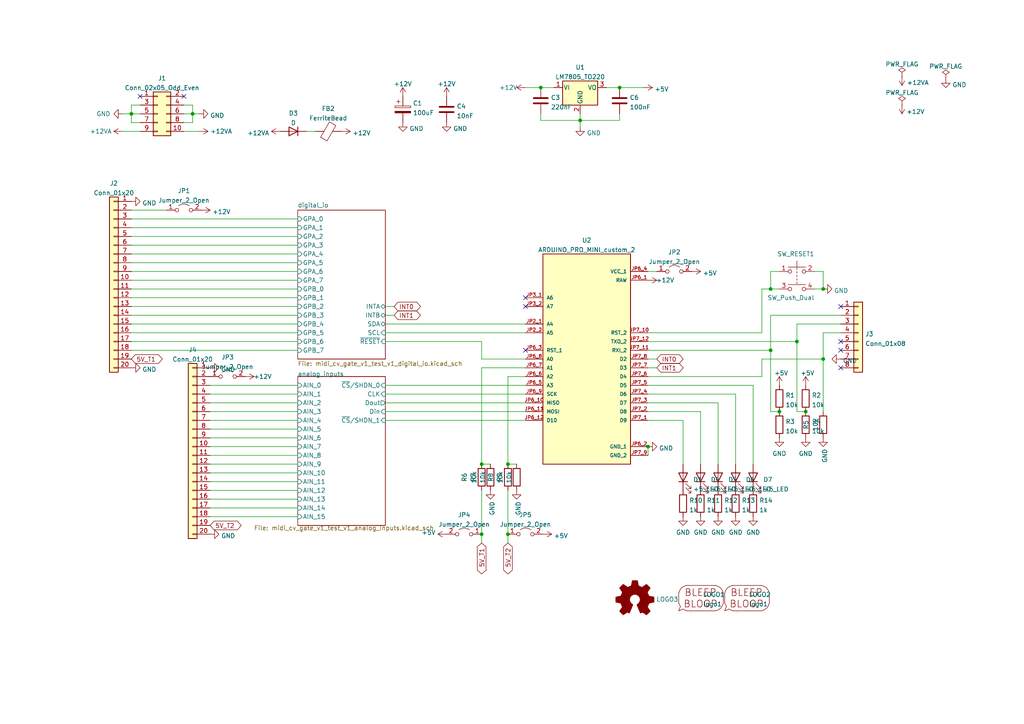
<source format=kicad_sch>
(kicad_sch (version 20211123) (generator eeschema)
  (paper "A4")
  (title_block (company "RobotDialogs"))
  (lib_symbols
    (symbol "Connector_Generic:Conn_01x08" (pin_names (offset 1.016) hide)
      (property "Reference" "J" (at 0 10.16 0))
      (property "Value" "Conn_01x08" (at 0 -12.7 0))
      (symbol "Conn_01x08_1_1"
        (rectangle (start -1.27 -10.033) (end 0 -10.287) (stroke (width 0.1524)))
        (rectangle (start -1.27 -7.493) (end 0 -7.747) (stroke (width 0.1524)))
        (rectangle (start -1.27 -4.953) (end 0 -5.207) (stroke (width 0.1524)))
        (rectangle (start -1.27 -2.413) (end 0 -2.667) (stroke (width 0.1524)))
        (rectangle (start -1.27 0.127) (end 0 -0.127) (stroke (width 0.1524)))
        (rectangle (start -1.27 2.667) (end 0 2.413) (stroke (width 0.1524)))
        (rectangle (start -1.27 5.207) (end 0 4.953) (stroke (width 0.1524)))
        (rectangle (start -1.27 7.747) (end 0 7.493) (stroke (width 0.1524)))
        (rectangle (start -1.27 8.89) (end 1.27 -11.43) (stroke (width 0.254)) (fill (type background)))
        (pin passive line (at -5.08 7.62 0) (length 3.81) (name "Pin_1") (number "1"))
        (pin passive line (at -5.08 5.08 0) (length 3.81) (name "Pin_2") (number "2"))
        (pin passive line (at -5.08 2.54 0) (length 3.81) (name "Pin_3") (number "3"))
        (pin passive line (at -5.08 0 0) (length 3.81) (name "Pin_4") (number "4"))
        (pin passive line (at -5.08 -2.54 0) (length 3.81) (name "Pin_5") (number "5"))
        (pin passive line (at -5.08 -5.08 0) (length 3.81) (name "Pin_6") (number "6"))
        (pin passive line (at -5.08 -7.62 0) (length 3.81) (name "Pin_7") (number "7"))
        (pin passive line (at -5.08 -10.16 0) (length 3.81) (name "Pin_8") (number "8"))
      )
    )
    (symbol "Connector_Generic:Conn_01x20" (pin_names (offset 1.016) hide)
      (property "Reference" "J" (at 0 25.4 0))
      (property "Value" "Conn_01x20" (at 0 -27.94 0))
      (symbol "Conn_01x20_1_1"
        (rectangle (start -1.27 -25.273) (end 0 -25.527) (stroke (width 0.1524)))
        (rectangle (start -1.27 -22.733) (end 0 -22.987) (stroke (width 0.1524)))
        (rectangle (start -1.27 -20.193) (end 0 -20.447) (stroke (width 0.1524)))
        (rectangle (start -1.27 -17.653) (end 0 -17.907) (stroke (width 0.1524)))
        (rectangle (start -1.27 -15.113) (end 0 -15.367) (stroke (width 0.1524)))
        (rectangle (start -1.27 -12.573) (end 0 -12.827) (stroke (width 0.1524)))
        (rectangle (start -1.27 -10.033) (end 0 -10.287) (stroke (width 0.1524)))
        (rectangle (start -1.27 -7.493) (end 0 -7.747) (stroke (width 0.1524)))
        (rectangle (start -1.27 -4.953) (end 0 -5.207) (stroke (width 0.1524)))
        (rectangle (start -1.27 -2.413) (end 0 -2.667) (stroke (width 0.1524)))
        (rectangle (start -1.27 0.127) (end 0 -0.127) (stroke (width 0.1524)))
        (rectangle (start -1.27 2.667) (end 0 2.413) (stroke (width 0.1524)))
        (rectangle (start -1.27 5.207) (end 0 4.953) (stroke (width 0.1524)))
        (rectangle (start -1.27 7.747) (end 0 7.493) (stroke (width 0.1524)))
        (rectangle (start -1.27 10.287) (end 0 10.033) (stroke (width 0.1524)))
        (rectangle (start -1.27 12.827) (end 0 12.573) (stroke (width 0.1524)))
        (rectangle (start -1.27 15.367) (end 0 15.113) (stroke (width 0.1524)))
        (rectangle (start -1.27 17.907) (end 0 17.653) (stroke (width 0.1524)))
        (rectangle (start -1.27 20.447) (end 0 20.193) (stroke (width 0.1524)))
        (rectangle (start -1.27 22.987) (end 0 22.733) (stroke (width 0.1524)))
        (rectangle (start -1.27 24.13) (end 1.27 -26.67) (stroke (width 0.254)) (fill (type background)))
        (pin passive line (at -5.08 22.86 0) (length 3.81) (name "Pin_1") (number "1"))
        (pin passive line (at -5.08 0 0) (length 3.81) (name "Pin_10") (number "10"))
        (pin passive line (at -5.08 -2.54 0) (length 3.81) (name "Pin_11") (number "11"))
        (pin passive line (at -5.08 -5.08 0) (length 3.81) (name "Pin_12") (number "12"))
        (pin passive line (at -5.08 -7.62 0) (length 3.81) (name "Pin_13") (number "13"))
        (pin passive line (at -5.08 -10.16 0) (length 3.81) (name "Pin_14") (number "14"))
        (pin passive line (at -5.08 -12.7 0) (length 3.81) (name "Pin_15") (number "15"))
        (pin passive line (at -5.08 -15.24 0) (length 3.81) (name "Pin_16") (number "16"))
        (pin passive line (at -5.08 -17.78 0) (length 3.81) (name "Pin_17") (number "17"))
        (pin passive line (at -5.08 -20.32 0) (length 3.81) (name "Pin_18") (number "18"))
        (pin passive line (at -5.08 -22.86 0) (length 3.81) (name "Pin_19") (number "19"))
        (pin passive line (at -5.08 20.32 0) (length 3.81) (name "Pin_2") (number "2"))
        (pin passive line (at -5.08 -25.4 0) (length 3.81) (name "Pin_20") (number "20"))
        (pin passive line (at -5.08 17.78 0) (length 3.81) (name "Pin_3") (number "3"))
        (pin passive line (at -5.08 15.24 0) (length 3.81) (name "Pin_4") (number "4"))
        (pin passive line (at -5.08 12.7 0) (length 3.81) (name "Pin_5") (number "5"))
        (pin passive line (at -5.08 10.16 0) (length 3.81) (name "Pin_6") (number "6"))
        (pin passive line (at -5.08 7.62 0) (length 3.81) (name "Pin_7") (number "7"))
        (pin passive line (at -5.08 5.08 0) (length 3.81) (name "Pin_8") (number "8"))
        (pin passive line (at -5.08 2.54 0) (length 3.81) (name "Pin_9") (number "9"))
      )
    )
    (symbol "Connector_Generic:Conn_02x05_Odd_Even" (pin_names (offset 1.016) hide)
      (property "Reference" "J" (at 1.27 7.62 0))
      (property "Value" "Conn_02x05_Odd_Even" (at 1.27 -7.62 0))
      (symbol "Conn_02x05_Odd_Even_1_1"
        (rectangle (start -1.27 -4.953) (end 0 -5.207) (stroke (width 0.1524)))
        (rectangle (start -1.27 -2.413) (end 0 -2.667) (stroke (width 0.1524)))
        (rectangle (start -1.27 0.127) (end 0 -0.127) (stroke (width 0.1524)))
        (rectangle (start -1.27 2.667) (end 0 2.413) (stroke (width 0.1524)))
        (rectangle (start -1.27 5.207) (end 0 4.953) (stroke (width 0.1524)))
        (rectangle (start -1.27 6.35) (end 3.81 -6.35) (stroke (width 0.254)) (fill (type background)))
        (rectangle (start 3.81 -4.953) (end 2.54 -5.207) (stroke (width 0.1524)))
        (rectangle (start 3.81 -2.413) (end 2.54 -2.667) (stroke (width 0.1524)))
        (rectangle (start 3.81 0.127) (end 2.54 -0.127) (stroke (width 0.1524)))
        (rectangle (start 3.81 2.667) (end 2.54 2.413) (stroke (width 0.1524)))
        (rectangle (start 3.81 5.207) (end 2.54 4.953) (stroke (width 0.1524)))
        (pin passive line (at -5.08 5.08 0) (length 3.81) (name "Pin_1") (number "1"))
        (pin passive line (at 7.62 -5.08 180) (length 3.81) (name "Pin_10") (number "10"))
        (pin passive line (at 7.62 5.08 180) (length 3.81) (name "Pin_2") (number "2"))
        (pin passive line (at -5.08 2.54 0) (length 3.81) (name "Pin_3") (number "3"))
        (pin passive line (at 7.62 2.54 180) (length 3.81) (name "Pin_4") (number "4"))
        (pin passive line (at -5.08 0 0) (length 3.81) (name "Pin_5") (number "5"))
        (pin passive line (at 7.62 0 180) (length 3.81) (name "Pin_6") (number "6"))
        (pin passive line (at -5.08 -2.54 0) (length 3.81) (name "Pin_7") (number "7"))
        (pin passive line (at 7.62 -2.54 180) (length 3.81) (name "Pin_8") (number "8"))
        (pin passive line (at -5.08 -5.08 0) (length 3.81) (name "Pin_9") (number "9"))
      )
    )
    (symbol "Device:C" (pin_numbers hide) (pin_names (offset 0.254))
      (property "Reference" "C" (at 0.635 2.54 0))
      (property "Value" "C" (at 0.635 -2.54 0))
      (symbol "C_0_1"
        (polyline (pts (xy -2.032 -0.762) (xy 2.032 -0.762)) (stroke (width 0.508)))
        (polyline (pts (xy -2.032 0.762) (xy 2.032 0.762)) (stroke (width 0.508)))
      )
      (symbol "C_1_1"
        (pin passive line (at 0 3.81 270) (length 2.794) (name "~") (number "1"))
        (pin passive line (at 0 -3.81 90) (length 2.794) (name "~") (number "2"))
      )
    )
    (symbol "Device:C_Polarized" (pin_numbers hide) (pin_names (offset 0.254))
      (property "Reference" "C" (at 0.635 2.54 0))
      (property "Value" "C_Polarized" (at 0.635 -2.54 0))
      (symbol "C_Polarized_0_1"
        (rectangle (start -2.286 0.508) (end 2.286 1.016))
        (polyline (pts (xy -1.778 2.286) (xy -0.762 2.286)))
        (polyline (pts (xy -1.27 2.794) (xy -1.27 1.778)))
        (rectangle (start 2.286 -0.508) (end -2.286 -1.016) (fill (type outline)))
      )
      (symbol "C_Polarized_1_1"
        (pin passive line (at 0 3.81 270) (length 2.794) (name "~") (number "1"))
        (pin passive line (at 0 -3.81 90) (length 2.794) (name "~") (number "2"))
      )
    )
    (symbol "Device:D" (pin_numbers hide) (pin_names (offset 1.016) hide)
      (property "Reference" "D" (at 0 2.54 0))
      (property "Value" "D" (at 0 -2.54 0))
      (symbol "D_0_1"
        (polyline (pts (xy -1.27 1.27) (xy -1.27 -1.27)) (stroke (width 0.254)))
        (polyline (pts (xy 1.27 0) (xy -1.27 0)))
        (polyline (pts (xy 1.27 1.27) (xy 1.27 -1.27) (xy -1.27 0) (xy 1.27 1.27)) (stroke (width 0.254)))
      )
      (symbol "D_1_1"
        (pin passive line (at -3.81 0 0) (length 2.54) (name "K") (number "1"))
        (pin passive line (at 3.81 0 180) (length 2.54) (name "A") (number "2"))
      )
    )
    (symbol "Device:FerriteBead" (pin_numbers hide) (pin_names (offset 0))
      (property "Reference" "FB" (at -3.81 0.635 90))
      (property "Value" "FerriteBead" (at 3.81 0 90))
      (symbol "FerriteBead_0_1"
        (polyline (pts (xy 0 -1.27) (xy 0 -1.2192)))
        (polyline (pts (xy 0 1.27) (xy 0 1.2954)))
        (polyline (pts (xy -2.7686 0.4064) (xy -1.7018 2.2606) (xy 2.7686 -0.3048) (xy 1.6764 -2.159) (xy -2.7686 0.4064)))
      )
      (symbol "FerriteBead_1_1"
        (pin passive line (at 0 3.81 270) (length 2.54) (name "~") (number "1"))
        (pin passive line (at 0 -3.81 90) (length 2.54) (name "~") (number "2"))
      )
    )
    (symbol "Device:LED" (pin_numbers hide) (pin_names (offset 1.016) hide)
      (property "Reference" "D" (at 0 2.54 0))
      (property "Value" "LED" (at 0 -2.54 0))
      (symbol "LED_0_1"
        (polyline (pts (xy -1.27 -1.27) (xy -1.27 1.27)) (stroke (width 0.254)))
        (polyline (pts (xy -1.27 0) (xy 1.27 0)))
        (polyline (pts (xy 1.27 -1.27) (xy 1.27 1.27) (xy -1.27 0) (xy 1.27 -1.27)) (stroke (width 0.254)))
        (polyline (pts (xy -3.048 -0.762) (xy -4.572 -2.286) (xy -3.81 -2.286) (xy -4.572 -2.286) (xy -4.572 -1.524)))
        (polyline (pts (xy -1.778 -0.762) (xy -3.302 -2.286) (xy -2.54 -2.286) (xy -3.302 -2.286) (xy -3.302 -1.524)))
      )
      (symbol "LED_1_1"
        (pin passive line (at -3.81 0 0) (length 2.54) (name "K") (number "1"))
        (pin passive line (at 3.81 0 180) (length 2.54) (name "A") (number "2"))
      )
    )
    (symbol "Device:R" (pin_numbers hide) (pin_names (offset 0))
      (property "Reference" "R" (at 2.032 0 90))
      (property "Value" "R" (at 0 0 90))
      (symbol "R_0_1"
        (rectangle (start -1.016 -2.54) (end 1.016 2.54) (stroke (width 0.254)))
      )
      (symbol "R_1_1"
        (pin passive line (at 0 3.81 270) (length 1.27) (name "~") (number "1"))
        (pin passive line (at 0 -3.81 90) (length 1.27) (name "~") (number "2"))
      )
    )
    (symbol "Jumper:Jumper_2_Open" (pin_names (offset 0) hide)
      (property "Reference" "JP" (at 0 2.794 0))
      (property "Value" "Jumper_2_Open" (at 0 -2.286 0))
      (symbol "Jumper_2_Open_0_0"
        (circle (center -2.032 0) (radius 0.508))
        (circle (center 2.032 0) (radius 0.508))
      )
      (symbol "Jumper_2_Open_0_1"
        (arc (start 1.524 1.27) (mid 0 1.778) (end -1.524 1.27))
      )
      (symbol "Jumper_2_Open_1_1"
        (pin passive line (at -5.08 0 0) (length 2.54) (name "A") (number "1"))
        (pin passive line (at 5.08 0 180) (length 2.54) (name "B") (number "2"))
      )
    )
    (symbol "My Stuff:ARDUINO_PRO_MINI_custom_2" (pin_names (offset 1.016))
      (property "Reference" "U" (at -12.7 31.75 0))
      (property "Value" "ARDUINO_PRO_MINI_custom_2" (at -12.7 -33.02 0))
      (symbol "ARDUINO_PRO_MINI_custom_2_0_0"
        (rectangle (start -12.7 -30.48) (end 12.7 30.48) (stroke (width 0.254)) (fill (type background)))
        (pin bidirectional line (at -17.78 10.16 0) (length 5.08) (name "A4") (number "JP2_1"))
        (pin bidirectional line (at -17.78 7.62 0) (length 5.08) (name "A5") (number "JP2_2"))
        (pin input line (at -17.78 17.78 0) (length 5.08) (name "A6") (number "JP3_1"))
        (pin input line (at -17.78 15.24 0) (length 5.08) (name "A7") (number "JP3_2"))
        (pin power_in line (at 17.78 22.86 180) (length 5.08) (name "RAW") (number "JP6_1"))
        (pin bidirectional line (at -17.78 -12.7 0) (length 5.08) (name "MISO") (number "JP6_10"))
        (pin bidirectional line (at -17.78 -15.24 0) (length 5.08) (name "MOSI") (number "JP6_11"))
        (pin bidirectional line (at -17.78 -17.78 0) (length 5.08) (name "D10") (number "JP6_12"))
        (pin power_in line (at 17.78 -25.4 180) (length 5.08) (name "GND_1") (number "JP6_2"))
        (pin input line (at -17.78 2.54 0) (length 5.08) (name "RST_1") (number "JP6_3"))
        (pin power_in line (at 17.78 25.4 180) (length 5.08) (name "VCC_1") (number "JP6_4"))
        (pin bidirectional line (at -17.78 -7.62 0) (length 5.08) (name "A3") (number "JP6_5"))
        (pin bidirectional line (at -17.78 -5.08 0) (length 5.08) (name "A2") (number "JP6_6"))
        (pin bidirectional line (at -17.78 -2.54 0) (length 5.08) (name "A1") (number "JP6_7"))
        (pin bidirectional line (at -17.78 0 0) (length 5.08) (name "A0") (number "JP6_8"))
        (pin bidirectional line (at -17.78 -10.16 0) (length 5.08) (name "SCK") (number "JP6_9"))
        (pin bidirectional line (at 17.78 -17.78 180) (length 5.08) (name "D9") (number "JP7_1"))
        (pin input line (at 17.78 7.62 180) (length 5.08) (name "RST_2") (number "JP7_10"))
        (pin bidirectional line (at 17.78 2.54 180) (length 5.08) (name "RXI_2") (number "JP7_11"))
        (pin bidirectional line (at 17.78 5.08 180) (length 5.08) (name "TXO_2") (number "JP7_12"))
        (pin bidirectional line (at 17.78 -15.24 180) (length 5.08) (name "D8") (number "JP7_2"))
        (pin bidirectional line (at 17.78 -12.7 180) (length 5.08) (name "D7") (number "JP7_3"))
        (pin bidirectional line (at 17.78 -10.16 180) (length 5.08) (name "D6") (number "JP7_4"))
        (pin bidirectional line (at 17.78 -7.62 180) (length 5.08) (name "D5") (number "JP7_5"))
        (pin bidirectional line (at 17.78 -5.08 180) (length 5.08) (name "D4") (number "JP7_6"))
        (pin bidirectional line (at 17.78 -2.54 180) (length 5.08) (name "D3") (number "JP7_7"))
        (pin bidirectional line (at 17.78 0 180) (length 5.08) (name "D2") (number "JP7_8"))
        (pin power_in line (at 17.78 -27.94 180) (length 5.08) (name "GND_2") (number "JP7_9"))
      )
    )
    (symbol "My Stuff:Logo_Open_Hardware_Small" (pin_names (offset 1.016))
      (property "Reference" "LOGO1" (at 0 6.985 0))
      (symbol "Logo_Open_Hardware_Small_0_1"
        (polyline (pts (xy 3.3528 -4.3434) (xy 3.302 -4.318) (xy 3.175 -4.2418) (xy 2.9972 -4.1148) (xy 2.7686 -3.9624) (xy 2.54 -3.81) (xy 2.3622 -3.7084) (xy 2.2352 -3.6068) (xy 2.1844 -3.5814) (xy 2.159 -3.6068) (xy 2.0574 -3.6576) (xy 1.905 -3.7338) (xy 1.8034 -3.7846) (xy 1.6764 -3.8354) (xy 1.6002 -3.8354) (xy 1.6002 -3.8354) (xy 1.5494 -3.7338) (xy 1.4732 -3.5306) (xy 1.3462 -3.302) (xy 1.2446 -3.0226) (xy 1.1176 -2.7178) (xy 0.9652 -2.413) (xy 0.8636 -2.1082) (xy 0.7366 -1.8288) (xy 0.6604 -1.6256) (xy 0.6096 -1.4732) (xy 0.5842 -1.397) (xy 0.5842 -1.397) (xy 0.6604 -1.3208) (xy 0.7874 -1.2446) (xy 1.0414 -1.016) (xy 1.2954 -0.6858) (xy 1.4478 -0.3302) (xy 1.524 0.0762) (xy 1.4732 0.4572) (xy 1.3208 0.8128) (xy 1.0668 1.143) (xy 0.762 1.3716) (xy 0.4064 1.524) (xy 0 1.5748) (xy -0.381 1.5494) (xy -0.7366 1.397) (xy -1.0668 1.143) (xy -1.2192 0.9906) (xy -1.397 0.6604) (xy -1.524 0.3048) (xy -1.524 0.2286) (xy -1.4986 -0.1778) (xy -1.397 -0.5334) (xy -1.1938 -0.8636) (xy -0.9144 -1.143) (xy -0.8636 -1.1684) (xy -0.7366 -1.27) (xy -0.635 -1.3462) (xy -0.5842 -1.397) (xy -1.0668 -2.5908) (xy -1.143 -2.794) (xy -1.2954 -3.1242) (xy -1.397 -3.4036) (xy -1.4986 -3.6322) (xy -1.5748 -3.7846) (xy -1.6002 -3.8354) (xy -1.6002 -3.8354) (xy -1.651 -3.8354) (xy -1.7272 -3.81) (xy -1.905 -3.7338) (xy -2.0066 -3.683) (xy -2.1336 -3.6068) (xy -2.2098 -3.5814) (xy -2.2606 -3.6068) (xy -2.3622 -3.683) (xy -2.54 -3.81) (xy -2.7686 -3.9624) (xy -2.9718 -4.0894) (xy -3.1496 -4.2164) (xy -3.302 -4.318) (xy -3.3528 -4.3434) (xy -3.3782 -4.3434) (xy -3.429 -4.318) (xy -3.5306 -4.2164) (xy -3.7084 -4.064) (xy -3.937 -3.8354) (xy -3.9624 -3.81) (xy -4.1656 -3.6068) (xy -4.318 -3.4544) (xy -4.4196 -3.3274) (xy -4.445 -3.2766) (xy -4.445 -3.2766) (xy -4.4196 -3.2258) (xy -4.318 -3.0734) (xy -4.2164 -2.8956) (xy -4.064 -2.667) (xy -3.6576 -2.0828) (xy -3.8862 -1.5494) (xy -3.937 -1.3716) (xy -4.0386 -1.1684) (xy -4.0894 -1.0414) (xy -4.1148 -0.9652) (xy -4.191 -0.9398) (xy -4.318 -0.9144) (xy -4.5466 -0.8636) (xy -4.8006 -0.8128) (xy -5.0546 -0.7874) (xy -5.2578 -0.7366) (xy -5.4356 -0.7112) (xy -5.5118 -0.6858) (xy -5.5118 -0.6858) (xy -5.5372 -0.635) (xy -5.5372 -0.5588) (xy -5.5372 -0.4318) (xy -5.5626 -0.2286) (xy -5.5626 0.0762) (xy -5.5626 0.127) (xy -5.5372 0.4064) (xy -5.5372 0.635) (xy -5.5372 0.762) (xy -5.5372 0.8382) (xy -5.5372 0.8382) (xy -5.461 0.8382) (xy -5.3086 0.889) (xy -5.08 0.9144) (xy -4.826 0.9652) (xy -4.8006 0.9906) (xy -4.5466 1.0414) (xy -4.318 1.0668) (xy -4.1656 1.1176) (xy -4.0894 1.143) (xy -4.0894 1.143) (xy -4.0386 1.2446) (xy -3.9624 1.4224) (xy -3.8608 1.6256) (xy -3.7846 1.8288) (xy -3.7084 2.0066) (xy -3.6576 2.159) (xy -3.6322 2.2098) (xy -3.6322 2.2098) (xy -3.683 2.286) (xy -3.7592 2.413) (xy -3.8862 2.5908) (xy -4.064 2.8194) (xy -4.064 2.8448) (xy -4.2164 3.0734) (xy -4.3434 3.2512) (xy -4.4196 3.3782) (xy -4.445 3.4544) (xy -4.445 3.4544) (xy -4.3942 3.5052) (xy -4.2926 3.6322) (xy -4.1148 3.81) (xy -3.937 4.0132) (xy -3.8608 4.064) (xy -3.6576 4.2926) (xy -3.5052 4.4196) (xy -3.4036 4.4958) (xy -3.3528 4.5212) (xy -3.3528 4.5212) (xy -3.302 4.4704) (xy -3.1496 4.3688) (xy -2.9718 4.2418) (xy -2.7432 4.0894) (xy -2.7178 4.0894) (xy -2.4892 3.937) (xy -2.3114 3.81) (xy -2.1844 3.7084) (xy -2.1336 3.683) (xy -2.1082 3.683) (xy -2.032 3.7084) (xy -1.8542 3.7592) (xy -1.6764 3.8354) (xy -1.4732 3.937) (xy -1.27 4.0132) (xy -1.143 4.064) (xy -1.0668 4.1148) (xy -1.0668 4.1148) (xy -1.0414 4.191) (xy -1.016 4.3434) (xy -0.9652 4.572) (xy -0.9144 4.8514) (xy -0.889 4.9022) (xy -0.8382 5.1562) (xy -0.8128 5.3848) (xy -0.7874 5.5372) (xy -0.762 5.588) (xy -0.7112 5.6134) (xy -0.5842 5.6134) (xy -0.4064 5.6134) (xy -0.1524 5.6134) (xy 0.0762 5.6134) (xy 0.3302 5.6134) (xy 0.5334 5.6134) (xy 0.6858 5.588) (xy 0.7366 5.588) (xy 0.7366 5.588) (xy 0.762 5.5118) (xy 0.8128 5.334) (xy 0.8382 5.1054) (xy 0.9144 4.826) (xy 0.9144 4.7752) (xy 0.9652 4.5212) (xy 1.016 4.2926) (xy 1.0414 4.1402) (xy 1.0668 4.0894) (xy 1.0668 4.0894) (xy 1.1938 4.0386) (xy 1.3716 3.9624) (xy 1.5748 3.8608) (xy 2.0828 3.6576) (xy 2.7178 4.0894) (xy 2.7686 4.1402) (xy 2.9972 4.2926) (xy 3.175 4.4196) (xy 3.302 4.4958) (xy 3.3782 4.5212) (xy 3.3782 4.5212) (xy 3.429 4.4704) (xy 3.556 4.3434) (xy 3.7338 4.191) (xy 3.9116 3.9878) (xy 4.064 3.8354) (xy 4.2418 3.6576) (xy 4.3434 3.556) (xy 4.4196 3.4798) (xy 4.4196 3.429) (xy 4.4196 3.4036) (xy 4.3942 3.3274) (xy 4.2926 3.2004) (xy 4.1656 2.9972) (xy 4.0132 2.794) (xy 3.8862 2.5908) (xy 3.7592 2.3876) (xy 3.6576 2.2352) (xy 3.6322 2.159) (xy 3.6322 2.1336) (xy 3.683 2.0066) (xy 3.7592 1.8288) (xy 3.8608 1.6002) (xy 4.064 1.1176) (xy 4.3942 1.0414) (xy 4.5974 1.016) (xy 4.8768 0.9652) (xy 5.1308 0.9144) (xy 5.5372 0.8382) (xy 5.5626 -0.6604) (xy 5.4864 -0.6858) (xy 5.4356 -0.6858) (xy 5.2832 -0.7366) (xy 5.0546 -0.762) (xy 4.8006 -0.8128) (xy 4.5974 -0.8636) (xy 4.3688 -0.9144) (xy 4.2164 -0.9398) (xy 4.1402 -0.9398) (xy 4.1148 -0.9652) (xy 4.064 -1.0668) (xy 3.9878 -1.2446) (xy 3.9116 -1.4478) (xy 3.81 -1.651) (xy 3.7338 -1.8542) (xy 3.683 -2.0066) (xy 3.6576 -2.0828) (xy 3.683 -2.1336) (xy 3.7846 -2.2606) (xy 3.8862 -2.4638) (xy 4.0386 -2.667) (xy 4.191 -2.8956) (xy 4.318 -3.0734) (xy 4.3942 -3.2004) (xy 4.445 -3.2766) (xy 4.4196 -3.3274) (xy 4.3434 -3.429) (xy 4.1656 -3.5814) (xy 3.937 -3.8354) (xy 3.8862 -3.8608) (xy 3.683 -4.064) (xy 3.5306 -4.2164) (xy 3.4036 -4.318) (xy 3.3528 -4.3434)) (fill (type outline)))
      )
    )
    (symbol "My Stuff:logo1" (pin_names (offset 1.016))
      (property "Reference" "LOGO" (at 0 -4.826 0))
      (property "Value" "logo1" (at 0 4.826 0))
      (symbol "logo1_0_0"
        (text "" (at -1.27 1.27 0) (effects (font (size 1.27 1.27))))
        (text "BLEEP" (at 0 1.524 0) (effects (font (size 2 2))))
        (text "BLOOP" (at 0 -1.778 0) (effects (font (size 2 2))))
      )
      (symbol "logo1_0_1"
        (rectangle (start -2.794 -4.318) (end -2.794 -4.318) (stroke (width 0.1524)))
        (polyline (pts (xy -6.35 1.27) (xy -6.35 -1.524)) (stroke (width 0.1524)))
        (polyline (pts (xy -4.064 -3.81) (xy 4.318 -3.81)) (stroke (width 0.1524)))
        (polyline (pts (xy -4.064 3.556) (xy 4.318 3.556)) (stroke (width 0.1524)))
        (polyline (pts (xy 6.604 1.27) (xy 6.604 -1.524)) (stroke (width 0.1524)))
        (polyline (pts (xy -6.35 1.27) (xy -6.096 2.032) (xy -5.588 2.794) (xy -4.826 3.302) (xy -4.064 3.556)) (stroke (width 0.1524)))
        (polyline (pts (xy -4.064 -3.81) (xy -5.08 -3.302) (xy -6.35 -3.81) (xy -5.842 -2.54) (xy -6.35 -1.524)) (stroke (width 0.1524)))
        (polyline (pts (xy 4.318 3.556) (xy 5.08 3.302) (xy 5.842 2.794) (xy 6.35 2.032) (xy 6.604 1.27)) (stroke (width 0.1524)))
        (polyline (pts (xy 6.604 -1.524) (xy 6.35 -2.286) (xy 5.842 -3.048) (xy 5.08 -3.556) (xy 4.318 -3.81)) (stroke (width 0.1524)))
      )
    )
    (symbol "Regulator_Linear:LM7805_TO220" (pin_names (offset 0.254))
      (property "Reference" "U" (at -3.81 3.175 0))
      (property "Value" "LM7805_TO220" (at 0 3.175 0))
      (symbol "LM7805_TO220_0_1"
        (rectangle (start -5.08 1.905) (end 5.08 -5.08) (stroke (width 0.254)) (fill (type background)))
      )
      (symbol "LM7805_TO220_1_1"
        (pin power_in line (at -7.62 0 0) (length 2.54) (name "VI") (number "1"))
        (pin power_in line (at 0 -7.62 90) (length 2.54) (name "GND") (number "2"))
        (pin power_out line (at 7.62 0 180) (length 2.54) (name "VO") (number "3"))
      )
    )
    (symbol "Switch:SW_Push_Dual" (pin_names (offset 1.016) hide)
      (property "Reference" "SW" (at 1.27 2.54 0))
      (property "Value" "SW_Push_Dual" (at 0 -6.858 0))
      (symbol "SW_Push_Dual_0_1"
        (circle (center -2.032 -5.08) (radius 0.508))
        (circle (center -2.032 0) (radius 0.508))
        (polyline (pts (xy 0 -3.048) (xy 0 -3.556)))
        (polyline (pts (xy 0 -2.032) (xy 0 -2.54)))
        (polyline (pts (xy 0 -1.524) (xy 0 -1.016)))
        (polyline (pts (xy 0 -0.508) (xy 0 0)))
        (polyline (pts (xy 0 0.508) (xy 0 1.016)))
        (polyline (pts (xy 0 1.27) (xy 0 3.048)))
        (polyline (pts (xy 2.54 -3.81) (xy -2.54 -3.81)))
        (polyline (pts (xy 2.54 1.27) (xy -2.54 1.27)))
        (circle (center 2.032 -5.08) (radius 0.508))
        (circle (center 2.032 0) (radius 0.508))
        (pin passive line (at -5.08 0 0) (length 2.54) (name "1") (number "1"))
        (pin passive line (at 5.08 0 180) (length 2.54) (name "2") (number "2"))
        (pin passive line (at -5.08 -5.08 0) (length 2.54) (name "3") (number "3"))
        (pin passive line (at 5.08 -5.08 180) (length 2.54) (name "4") (number "4"))
      )
    )
    (symbol "power:+12V" (power) (pin_names (offset 0))
      (property "Value" "+12V" (at 0 3.556 0))
      (symbol "+12V_0_1"
        (polyline (pts (xy -0.762 1.27) (xy 0 2.54)))
        (polyline (pts (xy 0 0) (xy 0 2.54)))
        (polyline (pts (xy 0 2.54) (xy 0.762 1.27)))
      )
      (symbol "+12V_1_1"
        (pin power_in line (at 0 0 90) (length 0) hide (name "+12V") (number "1"))
      )
    )
    (symbol "power:+12VA" (power) (pin_names (offset 0))
      (property "Value" "+12VA" (at 0 3.556 0))
      (symbol "+12VA_0_1"
        (polyline (pts (xy -0.762 1.27) (xy 0 2.54)))
        (polyline (pts (xy 0 0) (xy 0 2.54)))
        (polyline (pts (xy 0 2.54) (xy 0.762 1.27)))
      )
      (symbol "+12VA_1_1"
        (pin power_in line (at 0 0 90) (length 0) hide (name "+12VA") (number "1"))
      )
    )
    (symbol "power:+5V" (power) (pin_names (offset 0))
      (property "Value" "+5V" (at 0 3.556 0))
      (symbol "+5V_0_1"
        (polyline (pts (xy -0.762 1.27) (xy 0 2.54)))
        (polyline (pts (xy 0 0) (xy 0 2.54)))
        (polyline (pts (xy 0 2.54) (xy 0.762 1.27)))
      )
      (symbol "+5V_1_1"
        (pin power_in line (at 0 0 90) (length 0) hide (name "+5V") (number "1"))
      )
    )
    (symbol "power:GND" (power) (pin_names (offset 0))
      (property "Value" "GND" (at 0 -3.81 0))
      (symbol "GND_0_1"
        (polyline (pts (xy 0 0) (xy 0 -1.27) (xy 1.27 -1.27) (xy 0 -2.54) (xy -1.27 -1.27) (xy 0 -1.27)))
      )
      (symbol "GND_1_1"
        (pin power_in line (at 0 0 270) (length 0) hide (name "GND") (number "1"))
      )
    )
    (symbol "power:PWR_FLAG" (power) (pin_numbers hide) (pin_names (offset 0) hide)
      (property "Value" "PWR_FLAG" (at 0 3.81 0))
      (symbol "PWR_FLAG_0_0"
        (pin power_out line (at 0 0 90) (length 0) (name "pwr") (number "1"))
      )
      (symbol "PWR_FLAG_0_1"
        (polyline (pts (xy 0 0) (xy 0 1.27) (xy -1.016 1.905) (xy 0 2.54) (xy 1.016 1.905) (xy 0 1.27)))
      )
    )
  )
  (junction (at 55.88 33.02))
  (junction (at 223.52 83.82))
  (junction (at 139.7 154.94))
  (junction (at 238.76 83.82))
  (junction (at 238.76 104.14))
  (junction (at 139.7 134.62))
  (junction (at 147.32 154.94))
  (junction (at 187.96 129.54))
  (junction (at 147.32 134.62))
  (junction (at 223.52 101.6))
  (junction (at 156.845 25.4))
  (junction (at 38.1 33.02))
  (junction (at 233.68 119.38))
  (junction (at 231.14 99.06))
  (junction (at 168.275 34.925))
  (junction (at 226.06 119.38))
  (junction (at 179.705 25.4))
  (no_connect (at 152.4 101.6))
  (no_connect (at 152.4 86.36))
  (no_connect (at 152.4 88.9))
  (no_connect (at 243.84 88.9))
  (no_connect (at 243.84 99.06))
  (no_connect (at 243.84 106.68))
  (no_connect (at 243.84 101.6))
  (no_connect (at 53.34 27.94))
  (no_connect (at 40.64 27.94))
  (wire (pts (xy 111.76 119.38) (xy 152.4 119.38)))
  (wire (pts (xy 203.2 119.38) (xy 187.96 119.38)))
  (wire (pts (xy 168.275 33.02) (xy 168.275 34.925)))
  (wire (pts (xy 60.96 132.08) (xy 86.36 132.08)))
  (wire (pts (xy 238.76 83.82) (xy 236.22 83.82)))
  (wire (pts (xy 38.1 76.2) (xy 86.36 76.2)))
  (wire (pts (xy 38.1 88.9) (xy 86.36 88.9)))
  (wire (pts (xy 208.28 116.84) (xy 208.28 134.62)))
  (wire (pts (xy 175.895 25.4) (xy 179.705 25.4)))
  (wire (pts (xy 38.1 93.98) (xy 86.36 93.98)))
  (wire (pts (xy 38.1 66.04) (xy 86.36 66.04)))
  (wire (pts (xy 243.84 96.52) (xy 238.76 96.52)))
  (wire (pts (xy 147.32 134.62) (xy 149.86 134.62)))
  (wire (pts (xy 139.7 104.14) (xy 139.7 99.06)))
  (wire (pts (xy 147.32 154.94) (xy 147.32 142.24)))
  (wire (pts (xy 223.52 83.82) (xy 226.06 83.82)))
  (wire (pts (xy 38.1 30.48) (xy 38.1 33.02)))
  (wire (pts (xy 40.64 30.48) (xy 38.1 30.48)))
  (wire (pts (xy 38.1 83.82) (xy 86.36 83.82)))
  (wire (pts (xy 139.7 134.62) (xy 139.7 106.68)))
  (wire (pts (xy 55.88 33.02) (xy 55.88 35.56)))
  (wire (pts (xy 60.96 144.78) (xy 86.36 144.78)))
  (wire (pts (xy 60.96 139.7) (xy 86.36 139.7)))
  (wire (pts (xy 111.76 91.44) (xy 114.3 91.44)))
  (wire (pts (xy 60.96 116.84) (xy 86.36 116.84)))
  (wire (pts (xy 220.98 96.52) (xy 220.98 83.82)))
  (wire (pts (xy 60.96 137.16) (xy 86.36 137.16)))
  (wire (pts (xy 218.44 111.76) (xy 218.44 134.62)))
  (wire (pts (xy 60.96 134.62) (xy 86.36 134.62)))
  (wire (pts (xy 187.96 96.52) (xy 220.98 96.52)))
  (wire (pts (xy 139.7 157.48) (xy 139.7 154.94)))
  (wire (pts (xy 38.1 71.12) (xy 86.36 71.12)))
  (wire (pts (xy 60.96 127) (xy 86.36 127)))
  (wire (pts (xy 179.705 25.4) (xy 186.69 25.4)))
  (wire (pts (xy 187.96 106.68) (xy 190.5 106.68)))
  (wire (pts (xy 111.76 88.9) (xy 114.3 88.9)))
  (wire (pts (xy 139.7 104.14) (xy 152.4 104.14)))
  (wire (pts (xy 187.96 129.54) (xy 187.96 132.08)))
  (wire (pts (xy 60.96 142.24) (xy 86.36 142.24)))
  (wire (pts (xy 238.76 96.52) (xy 238.76 104.14)))
  (wire (pts (xy 38.1 101.6) (xy 86.36 101.6)))
  (wire (pts (xy 223.52 78.74) (xy 226.06 78.74)))
  (wire (pts (xy 38.1 81.28) (xy 86.36 81.28)))
  (wire (pts (xy 187.96 111.76) (xy 218.44 111.76)))
  (wire (pts (xy 38.1 33.02) (xy 40.64 33.02)))
  (wire (pts (xy 187.96 101.6) (xy 223.52 101.6)))
  (wire (pts (xy 187.96 121.92) (xy 198.12 121.92)))
  (wire (pts (xy 223.52 101.6) (xy 223.52 119.38)))
  (wire (pts (xy 223.52 78.74) (xy 223.52 83.82)))
  (wire (pts (xy 231.14 93.98) (xy 243.84 93.98)))
  (wire (pts (xy 238.76 78.74) (xy 238.76 83.82)))
  (wire (pts (xy 38.1 68.58) (xy 86.36 68.58)))
  (wire (pts (xy 213.36 114.3) (xy 187.96 114.3)))
  (wire (pts (xy 238.76 104.14) (xy 238.76 119.38)))
  (wire (pts (xy 111.76 93.98) (xy 152.4 93.98)))
  (wire (pts (xy 38.1 78.74) (xy 86.36 78.74)))
  (wire (pts (xy 111.76 99.06) (xy 139.7 99.06)))
  (wire (pts (xy 111.76 114.3) (xy 152.4 114.3)))
  (wire (pts (xy 147.32 157.48) (xy 147.32 154.94)))
  (wire (pts (xy 53.34 30.48) (xy 55.88 30.48)))
  (wire (pts (xy 60.96 129.54) (xy 86.36 129.54)))
  (wire (pts (xy 38.1 33.02) (xy 38.1 35.56)))
  (wire (pts (xy 60.96 121.92) (xy 86.36 121.92)))
  (wire (pts (xy 147.32 134.62) (xy 147.32 109.22)))
  (wire (pts (xy 226.06 119.38) (xy 223.52 119.38)))
  (wire (pts (xy 156.845 33.02) (xy 156.845 34.925)))
  (wire (pts (xy 55.88 33.02) (xy 57.785 33.02)))
  (wire (pts (xy 233.68 119.38) (xy 231.14 119.38)))
  (wire (pts (xy 156.845 34.925) (xy 168.275 34.925)))
  (wire (pts (xy 55.88 30.48) (xy 55.88 33.02)))
  (wire (pts (xy 60.96 149.86) (xy 86.36 149.86)))
  (wire (pts (xy 147.32 109.22) (xy 152.4 109.22)))
  (wire (pts (xy 198.12 121.92) (xy 198.12 134.62)))
  (wire (pts (xy 88.9 38.1) (xy 91.44 38.1)))
  (wire (pts (xy 55.88 35.56) (xy 53.34 35.56)))
  (wire (pts (xy 187.96 109.22) (xy 220.98 109.22)))
  (wire (pts (xy 179.705 34.925) (xy 179.705 33.02)))
  (wire (pts (xy 38.1 63.5) (xy 86.36 63.5)))
  (wire (pts (xy 168.275 34.925) (xy 179.705 34.925)))
  (wire (pts (xy 187.96 116.84) (xy 208.28 116.84)))
  (wire (pts (xy 38.1 35.56) (xy 40.64 35.56)))
  (wire (pts (xy 60.96 119.38) (xy 86.36 119.38)))
  (wire (pts (xy 111.76 121.92) (xy 152.4 121.92)))
  (wire (pts (xy 48.26 60.96) (xy 38.1 60.96)))
  (wire (pts (xy 60.96 111.76) (xy 86.36 111.76)))
  (wire (pts (xy 139.7 154.94) (xy 139.7 142.24)))
  (wire (pts (xy 60.96 124.46) (xy 86.36 124.46)))
  (wire (pts (xy 203.2 134.62) (xy 203.2 119.38)))
  (wire (pts (xy 53.34 38.1) (xy 57.785 38.1)))
  (wire (pts (xy 152.4 25.4) (xy 156.845 25.4)))
  (wire (pts (xy 220.98 109.22) (xy 220.98 104.14)))
  (wire (pts (xy 213.36 134.62) (xy 213.36 114.3)))
  (wire (pts (xy 139.7 134.62) (xy 142.24 134.62)))
  (wire (pts (xy 35.56 33.02) (xy 38.1 33.02)))
  (wire (pts (xy 38.1 73.66) (xy 86.36 73.66)))
  (wire (pts (xy 231.14 99.06) (xy 231.14 93.98)))
  (wire (pts (xy 187.96 104.14) (xy 190.5 104.14)))
  (wire (pts (xy 111.76 116.84) (xy 152.4 116.84)))
  (wire (pts (xy 231.14 99.06) (xy 231.14 119.38)))
  (wire (pts (xy 38.1 96.52) (xy 86.36 96.52)))
  (wire (pts (xy 60.96 114.3) (xy 86.36 114.3)))
  (wire (pts (xy 238.76 78.74) (xy 236.22 78.74)))
  (wire (pts (xy 220.98 104.14) (xy 238.76 104.14)))
  (wire (pts (xy 53.34 33.02) (xy 55.88 33.02)))
  (wire (pts (xy 40.64 38.1) (xy 35.56 38.1)))
  (wire (pts (xy 38.1 91.44) (xy 86.36 91.44)))
  (wire (pts (xy 187.96 99.06) (xy 231.14 99.06)))
  (wire (pts (xy 223.52 101.6) (xy 223.52 91.44)))
  (wire (pts (xy 60.96 147.32) (xy 86.36 147.32)))
  (wire (pts (xy 38.1 99.06) (xy 86.36 99.06)))
  (wire (pts (xy 111.76 96.52) (xy 152.4 96.52)))
  (wire (pts (xy 187.96 78.74) (xy 190.5 78.74)))
  (wire (pts (xy 168.275 34.925) (xy 168.275 36.83)))
  (wire (pts (xy 111.76 111.76) (xy 152.4 111.76)))
  (wire (pts (xy 139.7 106.68) (xy 152.4 106.68)))
  (wire (pts (xy 156.845 25.4) (xy 160.655 25.4)))
  (wire (pts (xy 38.1 86.36) (xy 86.36 86.36)))
  (wire (pts (xy 220.98 83.82) (xy 223.52 83.82)))
  (wire (pts (xy 223.52 91.44) (xy 243.84 91.44)))
  (global_label "INT1" (shape bidirectional) (at 114.3 91.44 0) (property "Intersheet References" "${INTERSHEET_REFS}" (effects hide)))
  (global_label "INT1" (shape bidirectional) (at 190.5 106.68 0) (property "Intersheet References" "${INTERSHEET_REFS}" (effects hide)))
  (global_label "5V_T1" (shape bidirectional) (at 139.7 157.48 270) (property "Intersheet References" "${INTERSHEET_REFS}" (effects hide)))
  (global_label "5V_T2" (shape bidirectional) (at 147.32 157.48 270) (property "Intersheet References" "${INTERSHEET_REFS}" (effects hide)))
  (global_label "5V_T2" (shape bidirectional) (at 60.96 152.4 0) (property "Intersheet References" "${INTERSHEET_REFS}" (effects hide)))
  (global_label "INT0" (shape bidirectional) (at 190.5 104.14 0) (property "Intersheet References" "${INTERSHEET_REFS}" (effects hide)))
  (global_label "INT0" (shape bidirectional) (at 114.3 88.9 0) (property "Intersheet References" "${INTERSHEET_REFS}" (effects hide)))
  (global_label "5V_T1" (shape bidirectional) (at 38.1 104.14 0) (property "Intersheet References" "${INTERSHEET_REFS}" (effects hide)))
  (symbol (lib_id "Device:R") (at 208.28 146.05 0) (unit 1)
    (property "Reference" "R12" (at 210.058 145.1415 0) (effects (justify left)))
    (property "Value" "1k" (at 210.058 147.9166 0) (effects (justify left)))
    (property "Footprint" "Resistor_SMD:R_1206_3216Metric_Pad1.30x1.75mm_HandSolder" (effects hide))
  )
  (symbol (lib_id "Device:C_Polarized") (at 116.84 31.75 0) (unit 1)
    (property "Reference" "C1" (at 119.761 29.9525 0) (effects (justify left)))
    (property "Value" "100uF" (at 119.761 32.7276 0) (effects (justify left)))
    (property "Footprint" "Capacitor_THT:CP_Radial_D5.0mm_P2.50mm" (effects hide))
  )
  (symbol (lib_id "Device:LED") (at 198.12 138.43 90) (unit 1)
    (property "Reference" "D1" (at 201.041 139.109 90) (effects (justify right)))
    (property "Value" "+5_LED" (at 201.041 141.8841 90) (effects (justify right)))
    (property "Footprint" "LED_THT:LED_D3.0mm" (effects hide))
  )
  (symbol (lib_id "power:+12V") (at 187.96 81.28 270) (unit 1)
    (property "Reference" "#PWR04" (effects hide))
    (property "Value" "+12V" (at 195.58 81.28 90) (effects (justify right)))
  )
  (symbol (lib_id "My Stuff:ARDUINO_PRO_MINI_custom_2") (at 170.18 104.14 0) (unit 1)
    (property "Reference" "U2" (at 170.18 69.6935 0))
    (property "Value" "ARDUINO_PRO_MINI_custom_2" (at 170.18 72.4686 0))
    (property "Footprint" "My Stuff:MODULE_ARDUINO_PRO_MINI_custom_2" (effects hide))
    (property "PARTREV" "N/A" (effects hide))
    (property "MAXIMUM_PACKAGE_HEIGHT" "N/A" (effects hide))
    (property "MANUFACTURER" "SparkFun Electronics" (effects hide))
    (property "STANDARD" "Manufacturer Recommendations" (effects hide))
  )
  (symbol (lib_id "power:+12VA") (at 35.56 38.1 90) (unit 1)
    (property "Reference" "#PWR0106" (effects hide))
    (property "Value" "+12VA" (at 26.035 38.1 90) (effects (justify right)))
  )
  (symbol (lib_id "power:+12V") (at 116.84 27.94 0) (unit 1)
    (property "Reference" "#PWR0130" (effects hide))
    (property "Value" "+12V" (at 116.84 24.3355 0))
  )
  (symbol (lib_id "Connector_Generic:Conn_02x05_Odd_Even") (at 45.72 33.02 0) (unit 1)
    (property "Reference" "J1" (at 46.99 22.7035 0))
    (property "Value" "Conn_02x05_Odd_Even" (at 46.99 25.4786 0))
    (property "Footprint" "Connector_IDC:IDC-Header_2x05_P2.54mm_Vertical" (effects hide))
  )
  (symbol (lib_id "Device:C") (at 129.54 31.75 0) (unit 1)
    (property "Reference" "C4" (at 132.461 30.8415 0) (effects (justify left)))
    (property "Value" "10nF" (at 132.461 33.6166 0) (effects (justify left)))
    (property "Footprint" "Capacitor_SMD:C_1206_3216Metric_Pad1.33x1.80mm_HandSolder" (effects hide))
  )
  (symbol (lib_id "My Stuff:Logo_Open_Hardware_Small") (at 184.15 173.99 0) (unit 1)
    (property "Reference" "LOGO3" (at 190.3476 173.834 0) (effects (justify left)))
    (property "Value" "Logo_Open_Hardware_Small" (effects hide))
    (property "Footprint" "Symbol:OSHW-Symbol_6.7x6mm_SilkScreen" (effects hide))
  )
  (symbol (lib_id "power:+5V") (at 157.48 154.94 270) (unit 1)
    (property "Reference" "#PWR025" (effects hide))
    (property "Value" "+5V" (at 160.655 155.419 90) (effects (justify left)))
  )
  (symbol (lib_id "power:+12V") (at 99.06 38.1 270) (unit 1)
    (property "Reference" "#PWR0112" (effects hide))
    (property "Value" "+12V" (at 102.235 38.579 90) (effects (justify left)))
  )
  (symbol (lib_id "Connector_Generic:Conn_01x20") (at 55.88 129.54 0) (mirror y) (unit 1)
    (property "Reference" "J4" (at 55.88 101.4435 0))
    (property "Value" "Conn_01x20" (at 55.88 104.2186 0))
    (property "Footprint" "Connector_PinSocket_2.54mm:PinSocket_1x20_P2.54mm_Vertical" (effects hide))
  )
  (symbol (lib_id "power:+5V") (at 233.68 111.76 0) (unit 1)
    (property "Reference" "#PWR011" (effects hide))
    (property "Value" "+5V" (at 232.156 108.204 0) (effects (justify left)))
  )
  (symbol (lib_id "power:+12V") (at 58.42 60.96 270) (unit 1)
    (property "Reference" "#PWR02" (effects hide))
    (property "Value" "+12V" (at 61.595 61.439 90) (effects (justify left)))
  )
  (symbol (lib_id "power:GND") (at 116.84 35.56 0) (unit 1)
    (property "Reference" "#PWR0113" (effects hide))
    (property "Value" "GND" (at 118.745 37.309 0) (effects (justify left)))
  )
  (symbol (lib_id "power:PWR_FLAG") (at 261.62 30.48 0) (unit 1)
    (property "Reference" "#FLG0102" (effects hide))
    (property "Value" "PWR_FLAG" (at 261.62 26.8755 0))
  )
  (symbol (lib_id "power:GND") (at 238.76 127 0) (mirror y) (unit 1)
    (property "Reference" "#PWR014" (effects hide))
    (property "Value" "GND" (at 239.239 130.175 90) (effects (justify right)))
  )
  (symbol (lib_id "Device:R") (at 233.68 123.19 0) (unit 1)
    (property "Reference" "R4" (at 235.458 122.2815 0) (effects (justify left)))
    (property "Value" "10k" (at 235.458 125.0566 0) (effects (justify left)))
    (property "Footprint" "Resistor_SMD:R_1206_3216Metric_Pad1.30x1.75mm_HandSolder" (effects hide))
  )
  (symbol (lib_id "Device:LED") (at 203.2 138.43 90) (unit 1)
    (property "Reference" "D4" (at 206.121 139.109 90) (effects (justify right)))
    (property "Value" "+5_LED" (at 206.121 141.8841 90) (effects (justify right)))
    (property "Footprint" "LED_THT:LED_D3.0mm" (effects hide))
  )
  (symbol (lib_id "Switch:SW_Push_Dual") (at 231.14 78.74 0) (unit 1)
    (property "Reference" "SW_RESET1" (at 236.22 73.66 0) (effects (justify right)))
    (property "Value" "SW_Push_Dual" (at 236.22 86.36 0) (effects (justify right)))
    (property "Footprint" "Button_Switch_THT:SW_PUSH_6mm_H5mm" (effects hide))
  )
  (symbol (lib_id "power:GND") (at 187.96 129.54 90) (unit 1)
    (property "Reference" "#PWR015" (effects hide))
    (property "Value" "GND" (at 191.135 130.019 90) (effects (justify right)))
  )
  (symbol (lib_id "Jumper:Jumper_2_Open") (at 152.4 154.94 0) (unit 1)
    (property "Reference" "JP5" (at 152.4 149.3225 0))
    (property "Value" "Jumper_2_Open" (at 152.4 152.0976 0))
    (property "Footprint" "Jumper:SolderJumper-2_P1.3mm_Open_Pad1.0x1.5mm" (effects hide))
  )
  (symbol (lib_id "power:GND") (at 168.275 36.83 0) (unit 1)
    (property "Reference" "#PWR0101" (effects hide))
    (property "Value" "GND" (at 170.18 38.579 0) (effects (justify left)))
  )
  (symbol (lib_id "power:+12V") (at 261.62 30.48 180) (unit 1)
    (property "Reference" "#PWR0124" (effects hide))
    (property "Value" "+12V" (at 262.89 32.385 0) (effects (justify right)))
  )
  (symbol (lib_id "Device:R") (at 149.86 138.43 0) (mirror y) (unit 1)
    (property "Reference" "R9" (at 144.8775 138.43 90))
    (property "Value" "10k" (at 147.6526 138.43 90))
    (property "Footprint" "Resistor_SMD:R_1206_3216Metric_Pad1.30x1.75mm_HandSolder" (effects hide))
  )
  (symbol (lib_id "Device:R") (at 147.32 138.43 0) (mirror y) (unit 1)
    (property "Reference" "R8" (at 142.3375 138.43 90))
    (property "Value" "10k" (at 145.1126 138.43 90))
    (property "Footprint" "Resistor_SMD:R_1206_3216Metric_Pad1.30x1.75mm_HandSolder" (effects hide))
  )
  (symbol (lib_id "power:+12VA") (at 261.62 22.225 180) (unit 1)
    (property "Reference" "#PWR0125" (effects hide))
    (property "Value" "+12VA" (at 263.017 23.974 0) (effects (justify right)))
  )
  (symbol (lib_id "power:GND") (at 60.96 154.94 90) (unit 1)
    (property "Reference" "#PWR023" (effects hide))
    (property "Value" "GND" (at 64.135 155.419 90) (effects (justify right)))
  )
  (symbol (lib_id "power:PWR_FLAG") (at 274.32 22.86 0) (unit 1)
    (property "Reference" "#FLG0103" (effects hide))
    (property "Value" "PWR_FLAG" (at 274.32 19.2555 0))
  )
  (symbol (lib_id "power:GND") (at 226.06 127 0) (unit 1)
    (property "Reference" "#PWR012" (effects hide))
    (property "Value" "GND" (at 226.06 131.5625 0))
  )
  (symbol (lib_id "power:GND") (at 243.84 104.14 270) (unit 1)
    (property "Reference" "#PWR06" (effects hide))
    (property "Value" "GND" (at 244.475 104.619 90) (effects (justify left)))
  )
  (symbol (lib_id "power:+5V") (at 129.54 154.94 90) (unit 1)
    (property "Reference" "#PWR024" (effects hide))
    (property "Value" "+5V" (at 126.365 154.461 90) (effects (justify left)))
  )
  (symbol (lib_id "Device:LED") (at 218.44 138.43 90) (unit 1)
    (property "Reference" "D7" (at 221.361 139.109 90) (effects (justify right)))
    (property "Value" "+5_LED" (at 221.361 141.8841 90) (effects (justify right)))
    (property "Footprint" "LED_THT:LED_D3.0mm" (effects hide))
  )
  (symbol (lib_id "power:PWR_FLAG") (at 261.62 22.225 0) (unit 1)
    (property "Reference" "#FLG0101" (effects hide))
    (property "Value" "PWR_FLAG" (at 261.62 18.6205 0))
  )
  (symbol (lib_id "power:GND") (at 142.24 142.24 0) (mirror y) (unit 1)
    (property "Reference" "#PWR016" (effects hide))
    (property "Value" "GND" (at 142.719 145.415 90) (effects (justify right)))
  )
  (symbol (lib_id "Device:R") (at 226.06 123.19 0) (unit 1)
    (property "Reference" "R3" (at 227.838 122.2815 0) (effects (justify left)))
    (property "Value" "10k" (at 227.838 125.0566 0) (effects (justify left)))
    (property "Footprint" "Resistor_SMD:R_1206_3216Metric_Pad1.30x1.75mm_HandSolder" (effects hide))
  )
  (symbol (lib_id "Connector_Generic:Conn_01x20") (at 33.02 81.28 0) (mirror y) (unit 1)
    (property "Reference" "J2" (at 33.02 53.1835 0))
    (property "Value" "Conn_01x20" (at 33.02 55.9586 0))
    (property "Footprint" "Connector_PinSocket_2.54mm:PinSocket_1x20_P2.54mm_Vertical" (effects hide))
  )
  (symbol (lib_id "power:GND") (at 208.28 149.86 0) (unit 1)
    (property "Reference" "#PWR020" (effects hide))
    (property "Value" "GND" (at 208.28 154.4225 0))
  )
  (symbol (lib_id "power:GND") (at 38.1 106.68 90) (unit 1)
    (property "Reference" "#PWR07" (effects hide))
    (property "Value" "GND" (at 41.275 107.159 90) (effects (justify right)))
  )
  (symbol (lib_id "power:+5V") (at 200.66 78.74 270) (unit 1)
    (property "Reference" "#PWR03" (effects hide))
    (property "Value" "+5V" (at 203.835 79.219 90) (effects (justify left)))
  )
  (symbol (lib_id "Device:R") (at 226.06 115.57 0) (unit 1)
    (property "Reference" "R1" (at 227.838 114.6615 0) (effects (justify left)))
    (property "Value" "10k" (at 227.838 117.4366 0) (effects (justify left)))
    (property "Footprint" "Resistor_SMD:R_1206_3216Metric_Pad1.30x1.75mm_HandSolder" (effects hide))
  )
  (symbol (lib_id "power:+5V") (at 186.69 25.4 270) (unit 1)
    (property "Reference" "#PWR0102" (effects hide))
    (property "Value" "+5V" (at 189.865 25.879 90) (effects (justify left)))
  )
  (symbol (lib_id "Device:R") (at 203.2 146.05 0) (unit 1)
    (property "Reference" "R11" (at 204.978 145.1415 0) (effects (justify left)))
    (property "Value" "1k" (at 204.978 147.9166 0) (effects (justify left)))
    (property "Footprint" "Resistor_SMD:R_1206_3216Metric_Pad1.30x1.75mm_HandSolder" (effects hide))
  )
  (symbol (lib_id "Regulator_Linear:LM7805_TO220") (at 168.275 25.4 0) (unit 1)
    (property "Reference" "U1" (at 168.275 19.5285 0))
    (property "Value" "LM7805_TO220" (at 168.275 22.3036 0))
    (property "Footprint" "Package_TO_SOT_THT:TO-220-3_Vertical" (effects hide))
    (property "Datasheet" "https://www.onsemi.cn/PowerSolutions/document/MC7800-D.PDF" (effects hide))
  )
  (symbol (lib_id "power:+12V") (at 152.4 25.4 90) (unit 1)
    (property "Reference" "#PWR0103" (effects hide))
    (property "Value" "+12V" (at 144.78 25.4 90) (effects (justify right)))
  )
  (symbol (lib_id "Jumper:Jumper_2_Open") (at 134.62 154.94 0) (mirror y) (unit 1)
    (property "Reference" "JP4" (at 134.62 149.3225 0))
    (property "Value" "Jumper_2_Open" (at 134.62 152.0976 0))
    (property "Footprint" "Jumper:SolderJumper-2_P1.3mm_Open_Pad1.0x1.5mm" (effects hide))
  )
  (symbol (lib_id "power:GND") (at 57.785 33.02 90) (unit 1)
    (property "Reference" "#PWR0111" (effects hide))
    (property "Value" "GND" (at 60.96 33.499 90) (effects (justify right)))
  )
  (symbol (lib_id "power:GND") (at 203.2 149.86 0) (unit 1)
    (property "Reference" "#PWR019" (effects hide))
    (property "Value" "GND" (at 203.2 154.4225 0))
  )
  (symbol (lib_id "Device:C") (at 179.705 29.21 0) (unit 1)
    (property "Reference" "C6" (at 182.626 28.3015 0) (effects (justify left)))
    (property "Value" "100nF" (at 182.626 31.0766 0) (effects (justify left)))
    (property "Footprint" "Capacitor_SMD:C_1206_3216Metric_Pad1.33x1.80mm_HandSolder" (effects hide))
  )
  (symbol (lib_id "Device:R") (at 198.12 146.05 0) (unit 1)
    (property "Reference" "R10" (at 199.898 145.1415 0) (effects (justify left)))
    (property "Value" "1k" (at 199.898 147.9166 0) (effects (justify left)))
    (property "Footprint" "Resistor_SMD:R_1206_3216Metric_Pad1.30x1.75mm_HandSolder" (effects hide))
  )
  (symbol (lib_id "Jumper:Jumper_2_Open") (at 66.04 109.22 0) (unit 1)
    (property "Reference" "JP3" (at 66.04 103.6025 0))
    (property "Value" "Jumper_2_Open" (at 66.04 106.3776 0))
    (property "Footprint" "Jumper:SolderJumper-2_P1.3mm_Open_Pad1.0x1.5mm" (effects hide))
  )
  (symbol (lib_id "power:GND") (at 38.1 58.42 90) (unit 1)
    (property "Reference" "#PWR01" (effects hide))
    (property "Value" "GND" (at 41.275 58.899 90) (effects (justify right)))
  )
  (symbol (lib_id "Device:FerriteBead") (at 95.25 38.1 90) (unit 1)
    (property "Reference" "FB2" (at 95.1992 31.4919 90))
    (property "Value" "FerriteBead" (at 95.1992 34.267 90))
    (property "Footprint" "Inductor_THT:L_Axial_L6.6mm_D2.7mm_P2.54mm_Vertical_Vishay_IM-2" (effects hide))
  )
  (symbol (lib_id "power:+12VA") (at 81.28 38.1 90) (unit 1)
    (property "Reference" "#PWR0108" (effects hide))
    (property "Value" "+12VA" (at 78.105 38.579 90) (effects (justify left)))
  )
  (symbol (lib_id "Jumper:Jumper_2_Open") (at 53.34 60.96 0) (unit 1)
    (property "Reference" "JP1" (at 53.34 55.3425 0))
    (property "Value" "Jumper_2_Open" (at 53.34 58.1176 0))
    (property "Footprint" "Jumper:SolderJumper-2_P1.3mm_Open_Pad1.0x1.5mm" (effects hide))
  )
  (symbol (lib_id "power:GND") (at 218.44 149.86 0) (unit 1)
    (property "Reference" "#PWR022" (effects hide))
    (property "Value" "GND" (at 218.44 154.4225 0))
  )
  (symbol (lib_id "power:+12V") (at 129.54 27.94 0) (unit 1)
    (property "Reference" "#PWR0129" (effects hide))
    (property "Value" "+12V" (at 129.54 24.3355 0))
  )
  (symbol (lib_id "power:GND") (at 129.54 35.56 0) (unit 1)
    (property "Reference" "#PWR0120" (effects hide))
    (property "Value" "GND" (at 131.445 37.309 0) (effects (justify left)))
  )
  (symbol (lib_id "My Stuff:logo1") (at 216.535 173.355 0) (unit 1)
    (property "Reference" "LOGO2" (at 217.17 172.4465 0) (effects (justify left)))
    (property "Value" "logo1" (at 217.17 175.2216 0) (effects (justify left)))
    (property "Footprint" "My Stuff:Logo2" (effects hide))
  )
  (symbol (lib_id "Device:C") (at 156.845 29.21 0) (unit 1)
    (property "Reference" "C3" (at 159.766 28.3015 0) (effects (justify left)))
    (property "Value" "220nF" (at 159.766 31.0766 0) (effects (justify left)))
    (property "Footprint" "Capacitor_SMD:C_1206_3216Metric_Pad1.33x1.80mm_HandSolder" (effects hide))
  )
  (symbol (lib_id "power:GND") (at 198.12 149.86 0) (unit 1)
    (property "Reference" "#PWR018" (effects hide))
    (property "Value" "GND" (at 198.12 154.4225 0))
  )
  (symbol (lib_id "Device:LED") (at 213.36 138.43 90) (unit 1)
    (property "Reference" "D6" (at 216.281 139.109 90) (effects (justify right)))
    (property "Value" "+5_LED" (at 216.281 141.8841 90) (effects (justify right)))
    (property "Footprint" "LED_THT:LED_D3.0mm" (effects hide))
  )
  (symbol (lib_id "power:GND") (at 60.96 106.68 90) (unit 1)
    (property "Reference" "#PWR08" (effects hide))
    (property "Value" "GND" (at 64.135 107.159 90) (effects (justify right)))
  )
  (symbol (lib_id "power:GND") (at 238.76 83.82 90) (unit 1)
    (property "Reference" "#PWR05" (effects hide))
    (property "Value" "GND" (at 241.935 84.299 90) (effects (justify right)))
  )
  (symbol (lib_id "Device:R") (at 218.44 146.05 0) (unit 1)
    (property "Reference" "R14" (at 220.218 145.1415 0) (effects (justify left)))
    (property "Value" "1k" (at 220.218 147.9166 0) (effects (justify left)))
    (property "Footprint" "Resistor_SMD:R_1206_3216Metric_Pad1.30x1.75mm_HandSolder" (effects hide))
  )
  (symbol (lib_id "power:GND") (at 213.36 149.86 0) (unit 1)
    (property "Reference" "#PWR021" (effects hide))
    (property "Value" "GND" (at 213.36 154.4225 0))
  )
  (symbol (lib_id "power:GND") (at 149.86 142.24 0) (mirror y) (unit 1)
    (property "Reference" "#PWR017" (effects hide))
    (property "Value" "GND" (at 150.339 145.415 90) (effects (justify right)))
  )
  (symbol (lib_id "power:GND") (at 233.68 127 0) (unit 1)
    (property "Reference" "#PWR013" (effects hide))
    (property "Value" "GND" (at 233.68 131.5625 0))
  )
  (symbol (lib_id "Device:R") (at 142.24 138.43 0) (mirror y) (unit 1)
    (property "Reference" "R7" (at 137.2575 138.43 90))
    (property "Value" "10k" (at 140.0326 138.43 90))
    (property "Footprint" "Resistor_SMD:R_1206_3216Metric_Pad1.30x1.75mm_HandSolder" (effects hide))
  )
  (symbol (lib_id "Device:LED") (at 208.28 138.43 90) (unit 1)
    (property "Reference" "D5" (at 211.201 139.109 90) (effects (justify right)))
    (property "Value" "+5_LED" (at 211.201 141.8841 90) (effects (justify right)))
    (property "Footprint" "LED_THT:LED_D3.0mm" (effects hide))
  )
  (symbol (lib_id "Connector_Generic:Conn_01x08") (at 248.92 96.52 0) (unit 1)
    (property "Reference" "J3" (at 250.952 96.8815 0) (effects (justify left)))
    (property "Value" "Conn_01x08" (at 250.952 99.6566 0) (effects (justify left)))
    (property "Footprint" "Connector_PinSocket_2.54mm:PinSocket_1x08_P2.54mm_Vertical" (effects hide))
  )
  (symbol (lib_id "Device:R") (at 139.7 138.43 0) (mirror y) (unit 1)
    (property "Reference" "R6" (at 134.7175 138.43 90))
    (property "Value" "10k" (at 137.4926 138.43 90))
    (property "Footprint" "Resistor_SMD:R_1206_3216Metric_Pad1.30x1.75mm_HandSolder" (effects hide))
  )
  (symbol (lib_id "Device:R") (at 238.76 123.19 0) (mirror y) (unit 1)
    (property "Reference" "R5" (at 233.7775 123.19 90))
    (property "Value" "10k" (at 236.5526 123.19 90))
    (property "Footprint" "Resistor_SMD:R_1206_3216Metric_Pad1.30x1.75mm_HandSolder" (effects hide))
  )
  (symbol (lib_id "power:+12VA") (at 57.785 38.1 270) (unit 1)
    (property "Reference" "#PWR0110" (effects hide))
    (property "Value" "+12VA" (at 60.96 38.1 90) (effects (justify left)))
  )
  (symbol (lib_id "Jumper:Jumper_2_Open") (at 195.58 78.74 0) (unit 1)
    (property "Reference" "JP2" (at 195.58 73.1225 0))
    (property "Value" "Jumper_2_Open" (at 195.58 75.8976 0))
    (property "Footprint" "Jumper:SolderJumper-2_P1.3mm_Open_Pad1.0x1.5mm" (effects hide))
  )
  (symbol (lib_id "power:+5V") (at 226.06 111.76 0) (unit 1)
    (property "Reference" "#PWR010" (effects hide))
    (property "Value" "+5V" (at 224.536 108.204 0) (effects (justify left)))
  )
  (symbol (lib_id "power:GND") (at 274.32 22.86 0) (unit 1)
    (property "Reference" "#PWR0128" (effects hide))
    (property "Value" "GND" (at 276.225 24.609 0) (effects (justify left)))
  )
  (symbol (lib_id "Device:D") (at 85.09 38.1 180) (unit 1)
    (property "Reference" "D3" (at 85.09 32.8635 0))
    (property "Value" "D" (at 85.09 35.6386 0))
    (property "Footprint" "Diode_THT:D_A-405_P2.54mm_Vertical_KathodeUp" (effects hide))
  )
  (symbol (lib_id "power:+12V") (at 71.12 109.22 270) (unit 1)
    (property "Reference" "#PWR09" (effects hide))
    (property "Value" "+12V" (at 76.2 109.22 90))
  )
  (symbol (lib_id "My Stuff:logo1") (at 203.2 173.355 0) (unit 1)
    (property "Reference" "LOGO1" (at 203.835 172.4465 0) (effects (justify left)))
    (property "Value" "logo1" (at 203.835 175.2216 0) (effects (justify left)))
    (property "Footprint" "My Stuff:Logo1" (effects hide))
  )
  (symbol (lib_id "power:GND") (at 35.56 33.02 270) (unit 1)
    (property "Reference" "#PWR0104" (effects hide))
    (property "Value" "GND" (at 27.94 33.02 90) (effects (justify left)))
  )
  (symbol (lib_id "Device:R") (at 213.36 146.05 0) (unit 1)
    (property "Reference" "R13" (at 215.138 145.1415 0) (effects (justify left)))
    (property "Value" "1k" (at 215.138 147.9166 0) (effects (justify left)))
    (property "Footprint" "Resistor_SMD:R_1206_3216Metric_Pad1.30x1.75mm_HandSolder" (effects hide))
  )
  (symbol (lib_id "Device:R") (at 233.68 115.57 0) (unit 1)
    (property "Reference" "R2" (at 235.458 114.6615 0) (effects (justify left)))
    (property "Value" "10k" (at 235.458 117.4366 0) (effects (justify left)))
    (property "Footprint" "Resistor_SMD:R_1206_3216Metric_Pad1.30x1.75mm_HandSolder" (effects hide))
  )
  (sheet (at 86.36 60.96) (size 25.4 43.18) (stroke (width 0.1524))
    (property "Sheet name" "digital_io" (at 86.36 60.2484 0) (effects (justify left bottom)))
    (property "Sheet file" "midi_cv_gate_v1_test_v1_digital_io.kicad_sch" (at 86.36 104.7246 0) (effects (justify left top)))
    (pin "~{RESET}" input (at 111.76 99.06 0))
    (pin "SDA" bidirectional (at 111.76 93.98 0))
    (pin "INTA" tri_state (at 111.76 88.9 0))
    (pin "INTB" tri_state (at 111.76 91.44 0))
    (pin "SCL" input (at 111.76 96.52 0))
    (pin "GPA_2" input (at 86.36 68.58 180))
    (pin "GPA_3" input (at 86.36 71.12 180))
    (pin "GPA_1" input (at 86.36 66.04 180))
    (pin "GPA_0" input (at 86.36 63.5 180))
    (pin "GPB_5" input (at 86.36 96.52 180))
    (pin "GPB_6" input (at 86.36 99.06 180))
    (pin "GPB_4" input (at 86.36 93.98 180))
    (pin "GPB_7" input (at 86.36 101.6 180))
    (pin "GPA_6" input (at 86.36 78.74 180))
    (pin "GPA_4" input (at 86.36 73.66 180))
    (pin "GPA_5" input (at 86.36 76.2 180))
    (pin "GPA_7" input (at 86.36 81.28 180))
    (pin "GPB_3" input (at 86.36 91.44 180))
    (pin "GPB_2" input (at 86.36 88.9 180))
    (pin "GPB_1" input (at 86.36 86.36 180))
    (pin "GPB_0" input (at 86.36 83.82 180))
  )
  (sheet (at 86.36 109.22) (size 25.4 43.18) (stroke (width 0.1524))
    (property "Sheet name" "analog_inputs" (at 86.36 109.22 0) (effects (justify left bottom)))
    (property "Sheet file" "midi_cv_gate_v1_test_v1_analog_inputs.kicad_sch" (at 73.66 152.4 0) (effects (justify left top)))
    (pin "CLK" input (at 111.76 114.3 0))
    (pin "Din" input (at 111.76 119.38 0))
    (pin "~{CS}{slash}SHDN_0" input (at 111.76 111.76 0))
    (pin "~{CS}{slash}SHDN_1" input (at 111.76 121.92 0))
    (pin "Dout" output (at 111.76 116.84 0))
    (pin "AIN_13" input (at 86.36 144.78 180))
    (pin "AIN_14" input (at 86.36 147.32 180))
    (pin "AIN_15" input (at 86.36 149.86 180))
    (pin "AIN_6" input (at 86.36 127 180))
    (pin "AIN_7" input (at 86.36 129.54 180))
    (pin "AIN_3" input (at 86.36 119.38 180))
    (pin "AIN_4" input (at 86.36 121.92 180))
    (pin "AIN_5" input (at 86.36 124.46 180))
    (pin "AIN_0" input (at 86.36 111.76 180))
    (pin "AIN_1" input (at 86.36 114.3 180))
    (pin "AIN_2" input (at 86.36 116.84 180))
    (pin "AIN_11" input (at 86.36 139.7 180))
    (pin "AIN_12" input (at 86.36 142.24 180))
    (pin "AIN_9" input (at 86.36 134.62 180))
    (pin "AIN_8" input (at 86.36 132.08 180))
    (pin "AIN_10" input (at 86.36 137.16 180))
  )
)
</source>
